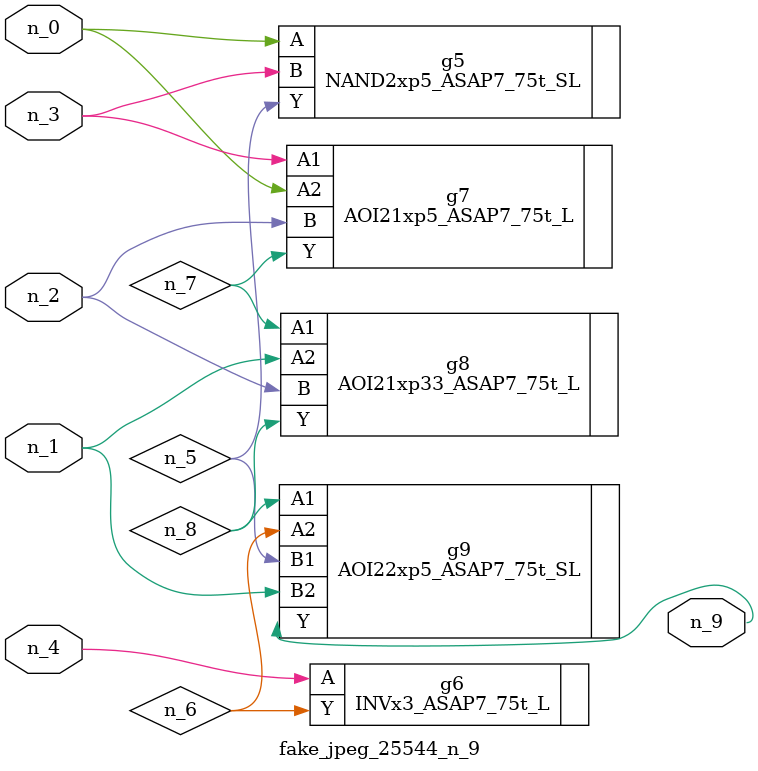
<source format=v>
module fake_jpeg_25544_n_9 (n_3, n_2, n_1, n_0, n_4, n_9);

input n_3;
input n_2;
input n_1;
input n_0;
input n_4;

output n_9;

wire n_8;
wire n_6;
wire n_5;
wire n_7;

NAND2xp5_ASAP7_75t_SL g5 ( 
.A(n_0),
.B(n_3),
.Y(n_5)
);

INVx3_ASAP7_75t_L g6 ( 
.A(n_4),
.Y(n_6)
);

AOI21xp5_ASAP7_75t_L g7 ( 
.A1(n_3),
.A2(n_0),
.B(n_2),
.Y(n_7)
);

AOI21xp33_ASAP7_75t_L g8 ( 
.A1(n_7),
.A2(n_1),
.B(n_2),
.Y(n_8)
);

AOI22xp5_ASAP7_75t_SL g9 ( 
.A1(n_8),
.A2(n_6),
.B1(n_5),
.B2(n_1),
.Y(n_9)
);


endmodule
</source>
